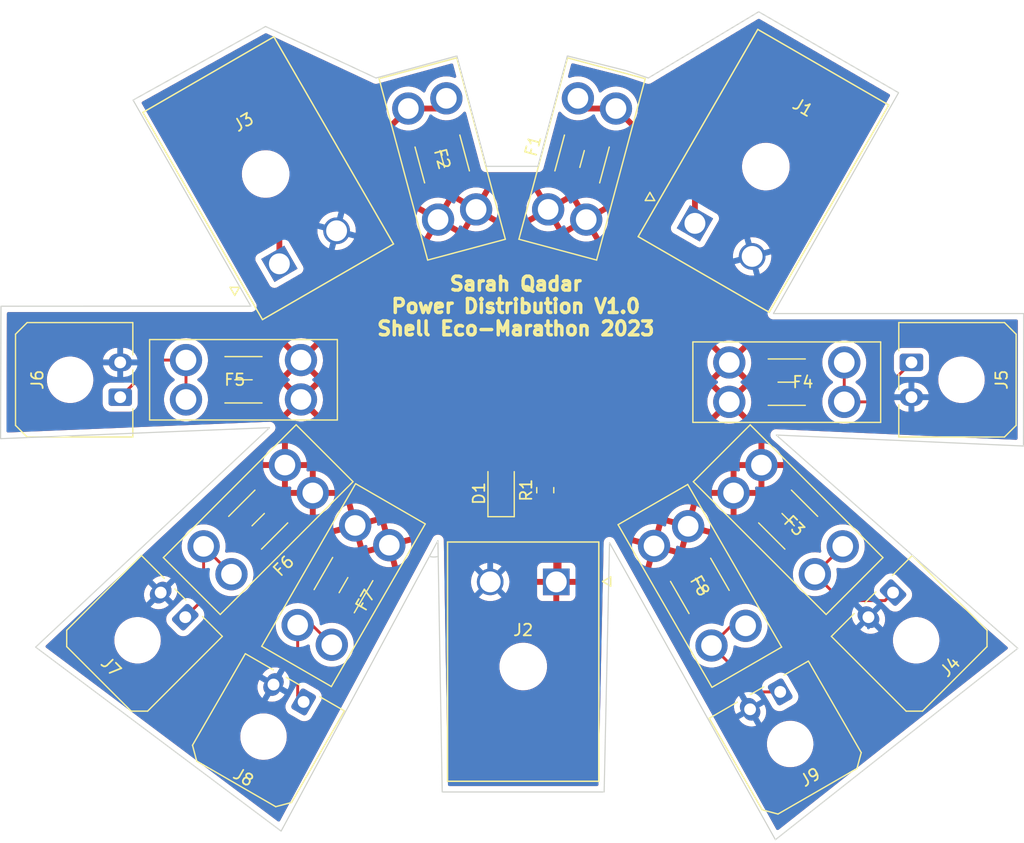
<source format=kicad_pcb>
(kicad_pcb (version 20211014) (generator pcbnew)
  (layers (0 "F.Cu" signal) (31 "B.Cu" signal) (34 "B.Paste" user) (35 "F.Paste" user) (36 "B.SilkS" user "B.Silkscreen") (37 "F.SilkS" user "F.Silkscreen") (38 "B.Mask" user) (39 "F.Mask" user) (44 "Edge.Cuts" user))
  (net 0 "")
  (net 1 "+12V")
  (net 2 "Net-(F1-Pad2)")
  (net 3 "Net-(F2-Pad2)")
  (net 4 "Net-(F3-Pad2)")
  (net 5 "Net-(F4-Pad2)")
  (net 6 "Net-(F5-Pad2)")
  (net 7 "Net-(F6-Pad2)")
  (net 8 "Net-(F7-Pad2)")
  (net 9 "Net-(F8-Pad2)")
  (net 10 "GND")
  (net 11 "Net-(D1-Pad2)")
  (footprint "Connector_Molex:Molex_Micro-Fit_3.0_43650-0200_1x02_P3.00mm_Horizontal" (layer "F.Cu") (at 97.899038 150.98188 150)
    (fp_text reference "J8" (at 1.244779 -8.222056 150) (layer "F.SilkS"))
    (fp_text value "12VLC_OUT_EXTRA")
    (fp_line (start 1.01 1.09) (end 2.348233 1.09) (layer "F.SilkS") (width 0.12))
    (fp_line (start 6.435 1.09) (end 3.651767 1.09) (layer "F.SilkS") (width 0.12))
    (fp_line (start -2.435 -9.03) (end 5.435 -9.03) (layer "F.SilkS") (width 0.12))
    (fp_line (start -3.435 1.09) (end -1.01 1.09) (layer "F.SilkS") (width 0.12))
    (fp_line (start -3.435 -8.03) (end -2.435 -9.03) (layer "F.SilkS") (width 0.12))
    (fp_line (start 6.435 -8.03) (end 6.435 1.09) (layer "F.SilkS") (width 0.12))
    (fp_line (start -3.435 1.09) (end -3.435 -8.03) (layer "F.SilkS") (width 0.12))
    (fp_line (start 5.435 -9.03) (end 6.435 -8.03) (layer "F.SilkS") (width 0.12))
    (pad "" np_thru_hole circle (at 1.5 -4.32 150) (size 3 3) (drill 3) (layers *.Cu *.Mask))
    (pad "1" thru_hole roundrect (at 0 0 150) (size 1.5 2.02) (drill 1.02) (layers *.Cu *.Mask) (roundrect_rratio 0.166667) (net 8 "Net-(F7-Pad2)"))
    (pad "2" thru_hole oval (at 3 0 150) (size 1.5 2.02) (drill 1.02) (layers *.Cu *.Mask) (net 10 "GND"))
  )
  (footprint "Connector_Molex:Molex_Micro-Fit_3.0_43650-0200_1x02_P3.00mm_Horizontal" (layer "F.Cu") (at 82.075 124.69 90)
    (fp_text reference "J6" (at 1.5 -7.145 90) (layer "F.SilkS"))
    (fp_text value "MTR_CTRL_OUT")
    (fp_line (start -3.435 -8.03) (end -2.435 -9.03) (layer "F.SilkS") (width 0.12))
    (fp_line (start 6.435 1.09) (end 3.651767 1.09) (layer "F.SilkS") (width 0.12))
    (fp_line (start -3.435 1.09) (end -1.01 1.09) (layer "F.SilkS") (width 0.12))
    (fp_line (start 5.435 -9.03) (end 6.435 -8.03) (layer "F.SilkS") (width 0.12))
    (fp_line (start 1.01 1.09) (end 2.348233 1.09) (layer "F.SilkS") (width 0.12))
    (fp_line (start -2.435 -9.03) (end 5.435 -9.03) (layer "F.SilkS") (width 0.12))
    (fp_line (start 6.435 -8.03) (end 6.435 1.09) (layer "F.SilkS") (width 0.12))
    (fp_line (start -3.435 1.09) (end -3.435 -8.03) (layer "F.SilkS") (width 0.12))
    (pad "" np_thru_hole circle (at 1.5 -4.32 90) (size 3 3) (drill 3) (layers *.Cu *.Mask))
    (pad "1" thru_hole roundrect (at 0 0 90) (size 1.5 2.02) (drill 1.02) (layers *.Cu *.Mask) (roundrect_rratio 0.166667) (net 6 "Net-(F5-Pad2)"))
    (pad "2" thru_hole oval (at 3 0 90) (size 1.5 2.02) (drill 1.02) (layers *.Cu *.Mask) (net 10 "GND"))
  )
  (footprint "LED_SMD:LED_1206_3216Metric" (layer "F.Cu") (at 114.935 132.715 90)
    (fp_text reference "D1" (at -0.2775 -1.905 90) (layer "F.SilkS"))
    (fp_text value "LED")
    (fp_line (start 1.6 -1.135) (end -2.285 -1.135) (layer "F.SilkS") (width 0.12))
    (fp_line (start -2.285 1.135) (end 1.6 1.135) (layer "F.SilkS") (width 0.12))
    (fp_line (start -2.285 -1.135) (end -2.285 1.135) (layer "F.SilkS") (width 0.12))
    (pad "1" smd roundrect (at -1.4 0 90) (size 1.25 1.75) (layers "F.Cu" "F.Paste" "F.Mask") (roundrect_rratio 0.2) (net 10 "GND"))
    (pad "2" smd roundrect (at 1.4 0 90) (size 1.25 1.75) (layers "F.Cu" "F.Paste" "F.Mask") (roundrect_rratio 0.2) (net 11 "Net-(D1-Pad2)"))
  )
  (footprint "Fuse:Fuseholder_Blade_Mini_Keystone_3568" (layer "F.Cu") (at 131.072243 135.824514 -60)
    (fp_text reference "F8" (at 4.96 1.7 -240) (layer "F.SilkS"))
    (fp_text value "Fuse")
    (fp_line (start 13.06 -1.77) (end -3.14 -1.77) (layer "F.SilkS") (width 0.12))
    (fp_line (start -3.14 5.17) (end 13.06 5.17) (layer "F.SilkS") (width 0.12))
    (fp_line (start 3.36 -0.3) (end 6.56 -0.3) (layer "F.SilkS") (width 0.12))
    (fp_line (start 4.21 1.7) (end 5.71 1.7) (layer "F.SilkS") (width 0.12))
    (fp_line (start -3.14 -1.77) (end -3.14 5.17) (layer "F.SilkS") (width 0.12))
    (fp_line (start 6.56 3.7) (end 3.36 3.7) (layer "F.SilkS") (width 0.12))
    (fp_line (start 13.06 5.17) (end 13.06 -1.77) (layer "F.SilkS") (width 0.12))
    (pad "1" thru_hole circle (at 0 0 300) (size 2.78 2.78) (drill 1.78) (layers *.Cu *.Mask) (net 1 "+12V"))
    (pad "1" thru_hole circle (at 0 3.4 300) (size 2.78 2.78) (drill 1.78) (layers *.Cu *.Mask) (net 1 "+12V"))
    (pad "2" thru_hole circle (at 9.92 3.4 300) (size 2.78 2.78) (drill 1.78) (layers *.Cu *.Mask) (net 9 "Net-(F8-Pad2)"))
    (pad "2" thru_hole circle (at 9.92 0 300) (size 2.78 2.78) (drill 1.78) (layers *.Cu *.Mask) (net 9 "Net-(F8-Pad2)"))
  )
  (footprint "LOGO" (layer "F.Cu") (at 116.84 125.73)
    (fp_text reference "G***")
    (fp_text value "LOGO" hide)
  )
  (footprint "urban-power-dist-pcb-custom-footprints:MOLEX_2002411222" (layer "F.Cu") (at 95.807497 113.185466 -150)
    (fp_text reference "J3" (at -3.427722 12.131983 30) (layer "F.SilkS"))
    (fp_text value "12VHC_OUT_EXTRA")
    (fp_line (start 3.996 -0.033) (end 4.696 -0.433) (layer "F.SilkS") (width 0.127))
    (fp_line (start 4.696 -0.433) (end 4.696 0.367) (layer "F.SilkS") (width 0.127))
    (fp_line (start -9.38 -3.44) (end 3.67 -3.44) (layer "F.SilkS") (width 0.127))
    (fp_line (start -9.38 17.2) (end -9.38 -3.44) (layer "F.SilkS") (width 0.127))
    (fp_line (start 4.696 0.367) (end 3.996 -0.033) (layer "F.SilkS") (width 0.127))
    (fp_line (start 3.67 -3.44) (end 3.67 17.2) (layer "F.SilkS") (width 0.127))
    (fp_line (start 3.67 17.2) (end -9.38 17.2) (layer "F.SilkS") (width 0.127))
    (pad "" np_thru_hole circle locked (at -2.85 7.3 210) (size 3.1 3.1) (drill 3.1) (layers *.Cu *.Mask))
    (pad "1" thru_hole rect locked (at 0 0 210) (size 2.3 2.3) (drill 1.8) (layers *.Cu) (net 3 "Net-(F2-Pad2)"))
    (pad "2" thru_hole circle locked (at -5.7 0 210) (size 2.3 2.3) (drill 1.8) (layers *.Cu) (net 10 "GND"))
  )
  (footprint "Connector_Molex:Molex_Micro-Fit_3.0_43650-0200_1x02_P3.00mm_Horizontal" (layer "F.Cu") (at 87.687874 143.668446 135)
    (fp_text reference "J7" (at 1.5 -7.562103 135) (layer "F.SilkS"))
    (fp_text value "12VLC_OUT_EXTRA")
    (fp_line (start -2.435 -9.03) (end 5.435 -9.03) (layer "F.SilkS") (width 0.12))
    (fp_line (start 1.01 1.09) (end 2.348233 1.09) (layer "F.SilkS") (width 0.12))
    (fp_line (start -3.435 -8.03) (end -2.435 -9.03) (layer "F.SilkS") (width 0.12))
    (fp_line (start 5.435 -9.03) (end 6.435 -8.03) (layer "F.SilkS") (width 0.12))
    (fp_line (start 6.435 -8.03) (end 6.435 1.09) (layer "F.SilkS") (width 0.12))
    (fp_line (start -3.435 1.09) (end -1.01 1.09) (layer "F.SilkS") (width 0.12))
    (fp_line (start 6.435 1.09) (end 3.651767 1.09) (layer "F.SilkS") (width 0.12))
    (fp_line (start -3.435 1.09) (end -3.435 -8.03) (layer "F.SilkS") (width 0.12))
    (pad "" np_thru_hole circle (at 1.5 -4.32 135) (size 3 3) (drill 3) (layers *.Cu *.Mask))
    (pad "1" thru_hole roundrect (at 0 0 135) (size 1.5 2.02) (drill 1.02) (layers *.Cu *.Mask) (roundrect_rratio 0.166667) (net 7 "Net-(F6-Pad2)"))
    (pad "2" thru_hole oval (at 3 0 135) (size 1.5 2.02) (drill 1.02) (layers *.Cu *.Mask) (net 10 "GND"))
  )
  (footprint "urban-power-dist-pcb-custom-footprints:MOLEX_2002411222" (layer "F.Cu") (at 119.695 140.625)
    (fp_text reference "J2" (at -2.855 4.155) (layer "F.SilkS"))
    (fp_text value "12V_IN")
    (fp_text user "PTH D1.8 +/- 0.05" (at -8.88 -1.81) (layer "Edge.Cuts") (effects (font (size 0.393701 0.393701) (thickness 0.098425))))
    (fp_line (start 3.67 17.2) (end -9.38 17.2) (layer "F.SilkS") (width 0.127))
    (fp_line (start 4.696 0.367) (end 3.996 -0.033) (layer "F.SilkS") (width 0.127))
    (fp_line (start -9.38 -3.44) (end 3.67 -3.44) (layer "F.SilkS") (width 0.127))
    (fp_line (start 3.67 -3.44) (end 3.67 17.2) (layer "F.SilkS") (width 0.127))
    (fp_line (start 3.996 -0.033) (end 4.696 -0.433) (layer "F.SilkS") (width 0.127))
    (fp_line (start -9.38 17.2) (end -9.38 -3.44) (layer "F.SilkS") (width 0.127))
    (fp_line (start 4.696 -0.433) (end 4.696 0.367) (layer "F.SilkS") (width 0.127))
    (pad "" np_thru_hole circle locked (at -2.85 7.3) (size 3.1 3.1) (drill 3.1) (layers *.Cu *.Mask))
    (pad "1" thru_hole rect locked (at 0 0) (size 2.3 2.3) (drill 1.8) (layers *.Cu) (net 1 "+12V"))
    (pad "2" thru_hole circle locked (at -5.7 0) (size 2.3 2.3) (drill 1.8) (layers *.Cu) (net 10 "GND"))
  )
  (footprint "Fuse:Fuseholder_Blade_Mini_Keystone_3568" (layer "F.Cu") (at 109.496669 109.370984 105)
    (fp_text reference "F2" (at 4.960001 1.7 105) (layer "F.SilkS"))
    (fp_text value "Fuse")
    (fp_line (start -3.14 5.17) (end 13.06 5.17) (layer "F.SilkS") (width 0.12))
    (fp_line (start 13.06 5.17) (end 13.06 -1.77) (layer "F.SilkS") (width 0.12))
    (fp_line (start 6.56 3.7) (end 3.36 3.7) (layer "F.SilkS") (width 0.12))
    (fp_line (start 13.06 -1.77) (end -3.14 -1.77) (layer "F.SilkS") (width 0.12))
    (fp_line (start 4.21 1.7) (end 5.71 1.7) (layer "F.SilkS") (width 0.12))
    (fp_line (start -3.14 -1.77) (end -3.14 5.17) (layer "F.SilkS") (width 0.12))
    (fp_line (start 3.36 -0.3) (end 6.56 -0.3) (layer "F.SilkS") (width 0.12))
    (pad "1" thru_hole circle (at 0 3.4 105) (size 2.78 2.78) (drill 1.78) (layers *.Cu *.Mask) (net 1 "+12V"))
    (pad "1" thru_hole circle (at 0 0 105) (size 2.78 2.78) (drill 1.78) (layers *.Cu *.Mask) (net 1 "+12V"))
    (pad "2" thru_hole circle (at 9.92 0 105) (size 2.78 2.78) (drill 1.78) (layers *.Cu *.Mask) (net 3 "Net-(F2-Pad2)"))
    (pad "2" thru_hole circle (at 9.92 3.4 105) (size 2.78 2.78) (drill 1.78) (layers *.Cu *.Mask) (net 3 "Net-(F2-Pad2)"))
  )
  (footprint "Fuse:Fuseholder_Blade_Mini_Keystone_3568" (layer "F.Cu") (at 137.394832 130.545669 -45)
    (fp_text reference "F3" (at 5.71 1.7 -225) (layer "F.SilkS"))
    (fp_text value "Fuse")
    (fp_line (start 3.36 -0.3) (end 6.56 -0.3) (layer "F.SilkS") (width 0.12))
    (fp_line (start 4.21 1.7) (end 5.71 1.7) (layer "F.SilkS") (width 0.12))
    (fp_line (start -3.14 5.17) (end 13.06 5.17) (layer "F.SilkS") (width 0.12))
    (fp_line (start 6.56 3.7) (end 3.36 3.7) (layer "F.SilkS") (width 0.12))
    (fp_line (start -3.14 -1.77) (end -3.14 5.17) (layer "F.SilkS") (width 0.12))
    (fp_line (start 13.06 -1.77) (end -3.14 -1.77) (layer "F.SilkS") (width 0.12))
    (fp_line (start 13.06 5.17) (end 13.06 -1.77) (layer "F.SilkS") (width 0.12))
    (pad "1" thru_hole circle (at 0 3.4 315) (size 2.78 2.78) (drill 1.78) (layers *.Cu *.Mask) (net 1 "+12V"))
    (pad "1" thru_hole circle (at 0 0 315) (size 2.78 2.78) (drill 1.78) (layers *.Cu *.Mask) (net 1 "+12V"))
    (pad "2" thru_hole circle (at 9.92 0 315) (size 2.78 2.78) (drill 1.78) (layers *.Cu *.Mask) (net 4 "Net-(F3-Pad2)"))
    (pad "2" thru_hole circle (at 9.92 3.4 315) (size 2.78 2.78) (drill 1.78) (layers *.Cu *.Mask) (net 4 "Net-(F3-Pad2)"))
  )
  (footprint "Fuse:Fuseholder_Blade_Mini_Keystone_3568" (layer "F.Cu") (at 118.994184 108.491 75)
    (fp_text reference "F1" (at 4.96 -2.67 75) (layer "F.SilkS"))
    (fp_text value "Fuse")
    (fp_line (start -3.14 -1.77) (end -3.14 5.17) (layer "F.SilkS") (width 0.12))
    (fp_line (start 6.56 3.7) (end 3.36 3.7) (layer "F.SilkS") (width 0.12))
    (fp_line (start 13.06 5.17) (end 13.06 -1.77) (layer "F.SilkS") (width 0.12))
    (fp_line (start 4.21 1.7) (end 5.71 1.7) (layer "F.SilkS") (width 0.12))
    (fp_line (start 3.36 -0.3) (end 6.56 -0.3) (layer "F.SilkS") (width 0.12))
    (fp_line (start 13.06 -1.77) (end -3.14 -1.77) (layer "F.SilkS") (width 0.12))
    (fp_line (start -3.14 5.17) (end 13.06 5.17) (layer "F.SilkS") (width 0.12))
    (pad "1" thru_hole circle (at 0 3.4 75) (size 2.78 2.78) (drill 1.78) (layers *.Cu *.Mask) (net 1 "+12V"))
    (pad "1" thru_hole circle (at 0 0 75) (size 2.78 2.78) (drill 1.78) (layers *.Cu *.Mask) (net 1 "+12V"))
    (pad "2" thru_hole circle (at 9.92 3.4 75) (size 2.78 2.78) (drill 1.78) (layers *.Cu *.Mask) (net 2 "Net-(F1-Pad2)"))
    (pad "2" thru_hole circle (at 9.92 0 75) (size 2.78 2.78) (drill 1.78) (layers *.Cu *.Mask) (net 2 "Net-(F1-Pad2)"))
  )
  (footprint "Fuse:Fuseholder_Blade_Mini_Keystone_3568" (layer "F.Cu") (at 97.67 124.89 180)
    (fp_text reference "F5" (at 5.71 1.7) (layer "F.SilkS"))
    (fp_text value "Fuse")
    (fp_line (start 13.06 -1.77) (end -3.14 -1.77) (layer "F.SilkS") (width 0.12))
    (fp_line (start 13.06 5.17) (end 13.06 -1.77) (layer "F.SilkS") (width 0.12))
    (fp_line (start 4.21 1.7) (end 5.71 1.7) (layer "F.SilkS") (width 0.12))
    (fp_line (start 6.56 3.7) (end 3.36 3.7) (layer "F.SilkS") (width 0.12))
    (fp_line (start -3.14 -1.77) (end -3.14 5.17) (layer "F.SilkS") (width 0.12))
    (fp_line (start 3.36 -0.3) (end 6.56 -0.3) (layer "F.SilkS") (width 0.12))
    (fp_line (start -3.14 5.17) (end 13.06 5.17) (layer "F.SilkS") (width 0.12))
    (pad "1" thru_hole circle (at 0 3.4 180) (size 2.78 2.78) (drill 1.78) (layers *.Cu *.Mask) (net 1 "+12V"))
    (pad "1" thru_hole circle (at 0 0 180) (size 2.78 2.78) (drill 1.78) (layers *.Cu *.Mask) (net 1 "+12V"))
    (pad "2" thru_hole circle (at 9.92 0 180) (size 2.78 2.78) (drill 1.78) (layers *.Cu *.Mask) (net 6 "Net-(F5-Pad2)"))
    (pad "2" thru_hole circle (at 9.92 3.4 180) (size 2.78 2.78) (drill 1.78) (layers *.Cu *.Mask) (net 6 "Net-(F5-Pad2)"))
  )
  (footprint "Connector_Molex:Molex_Micro-Fit_3.0_43650-0200_1x02_P3.00mm_Horizontal" (layer "F.Cu") (at 150.335 121.69 -90)
    (fp_text reference "J5" (at 1.5 -7.78 90) (layer "F.SilkS"))
    (fp_text value "REAR_ACC_OUT")
    (fp_line (start -3.435 -8.03) (end -2.435 -9.03) (layer "F.SilkS") (width 0.12))
    (fp_line (start 6.435 -8.03) (end 6.435 1.09) (layer "F.SilkS") (width 0.12))
    (fp_line (start 5.435 -9.03) (end 6.435 -8.03) (layer "F.SilkS") (width 0.12))
    (fp_line (start 6.435 1.09) (end 3.651767 1.09) (layer "F.SilkS") (width 0.12))
    (fp_line (start -3.435 1.09) (end -3.435 -8.03) (layer "F.SilkS") (width 0.12))
    (fp_line (start 1.01 1.09) (end 2.348233 1.09) (layer "F.SilkS") (width 0.12))
    (fp_line (start -3.435 1.09) (end -1.01 1.09) (layer "F.SilkS") (width 0.12))
    (fp_line (start -2.435 -9.03) (end 5.435 -9.03) (layer "F.SilkS") (width 0.12))
    (pad "" np_thru_hole circle (at 1.5 -4.32 270) (size 3 3) (drill 3) (layers *.Cu *.Mask))
    (pad "1" thru_hole roundrect (at 0 0 270) (size 1.5 2.02) (drill 1.02) (layers *.Cu *.Mask) (roundrect_rratio 0.166667) (net 5 "Net-(F4-Pad2)"))
    (pad "2" thru_hole oval (at 3 0 270) (size 1.5 2.02) (drill 1.02) (layers *.Cu *.Mask) (net 10 "GND"))
  )
  (footprint "Fuse:Fuseholder_Blade_Mini_Keystone_3568" (layer "F.Cu") (at 134.62 121.695)
    (fp_text reference "F4" (at 6.35 1.7) (layer "F.SilkS"))
    (fp_text value "Fuse")
    (fp_line (start 13.06 5.17) (end 13.06 -1.77) (layer "F.SilkS") (width 0.12))
    (fp_line (start -3.14 -1.77) (end -3.14 5.17) (layer "F.SilkS") (width 0.12))
    (fp_line (start 6.56 3.7) (end 3.36 3.7) (layer "F.SilkS") (width 0.12))
    (fp_line (start 3.36 -0.3) (end 6.56 -0.3) (layer "F.SilkS") (width 0.12))
    (fp_line (start -3.14 5.17) (end 13.06 5.17) (layer "F.SilkS") (width 0.12))
    (fp_line (start 4.21 1.7) (end 5.71 1.7) (layer "F.SilkS") (width 0.12))
    (fp_line (start 13.06 -1.77) (end -3.14 -1.77) (layer "F.SilkS") (width 0.12))
    (pad "1" thru_hole circle (at 0 3.4) (size 2.78 2.78) (drill 1.78) (layers *.Cu *.Mask) (net 1 "+12V"))
    (pad "1" thru_hole circle (at 0 0) (size 2.78 2.78) (drill 1.78) (layers *.Cu *.Mask) (net 1 "+12V"))
    (pad "2" thru_hole circle (at 9.92 3.4) (size 2.78 2.78) (drill 1.78) (layers *.Cu *.Mask) (net 5 "Net-(F4-Pad2)"))
    (pad "2" thru_hole circle (at 9.92 0) (size 2.78 2.78) (drill 1.78) (layers *.Cu *.Mask) (net 5 "Net-(F4-Pad2)"))
  )
  (footprint "Connector_Molex:Molex_Micro-Fit_3.0_43650-0200_1x02_P3.00mm_Horizontal" (layer "F.Cu") (at 139.014038 150.11688 -150)
    (fp_text reference "J9" (at 1.437721 -7.67213 30) (layer "F.SilkS"))
    (fp_text value "12VLC_OUT_EXTRA")
    (fp_line (start -2.435 -9.03) (end 5.435 -9.03) (layer "F.SilkS") (width 0.12))
    (fp_line (start 6.435 1.09) (end 3.651767 1.09) (layer "F.SilkS") (width 0.12))
    (fp_line (start 5.435 -9.03) (end 6.435 -8.03) (layer "F.SilkS") (width 0.12))
    (fp_line (start -3.435 1.09) (end -1.01 1.09) (layer "F.SilkS") (width 0.12))
    (fp_line (start -3.435 1.09) (end -3.435 -8.03) (layer "F.SilkS") (width 0.12))
    (fp_line (start -3.435 -8.03) (end -2.435 -9.03) (layer "F.SilkS") (width 0.12))
    (fp_line (start 1.01 1.09) (end 2.348233 1.09) (layer "F.SilkS") (width 0.12))
    (fp_line (start 6.435 -8.03) (end 6.435 1.09) (layer "F.SilkS") (width 0.12))
    (pad "" np_thru_hole circle (at 1.5 -4.32 210) (size 3 3) (drill 3) (layers *.Cu *.Mask))
    (pad "1" thru_hole roundrect (at 0 0 210) (size 1.5 2.02) (drill 1.02) (layers *.Cu *.Mask) (roundrect_rratio 0.166667) (net 9 "Net-(F8-Pad2)"))
    (pad "2" thru_hole oval (at 3 0 210) (size 1.5 2.02) (drill 1.02) (layers *.Cu *.Mask) (net 10 "GND"))
  )
  (footprint "Fuse:Fuseholder_Blade_Mini_Keystone_3568" (layer "F.Cu") (at 98.689332 132.949832 -135)
    (fp_text reference "F6" (at 6.23 -2.67 45) (layer "F.SilkS"))
    (fp_text value "Fuse")
    (fp_line (start 13.06 -1.77) (end -3.14 -1.77) (layer "F.SilkS") (width 0.12))
    (fp_line (start 3.36 -0.3) (end 6.56 -0.3) (layer "F.SilkS") (width 0.12))
    (fp_line (start 4.21 1.7) (end 5.71 1.7) (layer "F.SilkS") (width 0.12))
    (fp_line (start 13.06 5.17) (end 13.06 -1.77) (layer "F.SilkS") (width 0.12))
    (fp_line (start 6.56 3.7) (end 3.36 3.7) (layer "F.SilkS") (width 0.12))
    (fp_line (start -3.14 -1.77) (end -3.14 5.17) (layer "F.SilkS") (width 0.12))
    (fp_line (start -3.14 5.17) (end 13.06 5.17) (layer "F.SilkS") (width 0.12))
    (pad "1" thru_hole circle (at 0 3.4 225) (size 2.78 2.78) (drill 1.78) (layers *.Cu *.Mask) (net 1 "+12V"))
    (pad "1" thru_hole circle (at 0 0 225) (size 2.78 2.78) (drill 1.78) (layers *.Cu *.Mask) (net 1 "+12V"))
    (pad "2" thru_hole circle (at 9.92 3.4 225) (size 2.78 2.78) (drill 1.78) (layers *.Cu *.Mask) (net 7 "Net-(F6-Pad2)"))
    (pad "2" thru_hole circle (at 9.92 0 225) (size 2.78 2.78) (drill 1.78) (layers *.Cu *.Mask) (net 7 "Net-(F6-Pad2)"))
  )
  (footprint "urban-power-dist-pcb-custom-footprints:MOLEX_2002411222" (layer "F.Cu") (at 131.657497 109.695466 150)
    (fp_text reference "J1" (at -3.064631 13.316909 150) (layer "F.SilkS"))
    (fp_text value "FRONT_ACC_OUT")
    (fp_line (start 3.996 -0.033) (end 4.696 -0.433) (layer "F.SilkS") (width 0.127))
    (fp_line (start 3.67 17.2) (end -9.38 17.2) (layer "F.SilkS") (width 0.127))
    (fp_line (start 3.67 -3.44) (end 3.67 17.2) (layer "F.SilkS") (width 0.127))
    (fp_line (start 4.696 0.367) (end 3.996 -0.033) (layer "F.SilkS") (width 0.127))
    (fp_line (start -9.38 17.2) (end -9.38 -3.44) (layer "F.SilkS") (width 0.127))
    (fp_line (start 4.696 -0.433) (end 4.696 0.367) (layer "F.SilkS") (width 0.127))
    (fp_line (start -9.38 -3.44) (end 3.67 -3.44) (layer "F.SilkS") (width 0.127))
    (pad "" np_thru_hole circle locked (at -2.85 7.3 150) (size 3.1 3.1) (drill 3.1) (layers *.Cu *.Mask))
    (pad "1" thru_hole rect locked (at 0 0 150) (size 2.3 2.3) (drill 1.8) (layers *.Cu) (net 2 "Net-(F1-Pad2)"))
    (pad "2" thru_hole circle locked (at -5.7 0 150) (size 2.3 2.3) (drill 1.8) (layers *.Cu) (net 10 "GND"))
  )
  (footprint "Connector_Molex:Molex_Micro-Fit_3.0_43650-0200_1x02_P3.00mm_Horizontal" (layer "F.Cu") (at 148.748446 141.547126 -135)
    (fp_text reference "J4" (at 1.050987 -8.011115 45) (layer "F.SilkS"))
    (fp_text value "TEL_OUT")
    (fp_line (start 5.435 -9.03) (end 6.435 -8.03) (layer "F.SilkS") (width 0.12))
    (fp_line (start 1.01 1.09) (end 2.348233 1.09) (layer "F.SilkS") (width 0.12))
    (fp_line (start -2.435 -9.03) (end 5.435 -9.03) (layer "F.SilkS") (width 0.12))
    (fp_line (start -3.435 1.09) (end -3.435 -8.03) (layer "F.SilkS") (width 0.12))
    (fp_line (start 6.435 1.09) (end 3.651767 1.09) (layer "F.SilkS") (width 0.12))
    (fp_line (start -3.435 -8.03) (end -2.435 -9.03) (layer "F.SilkS") (width 0.12))
    (fp_line (start -3.435 1.09) (end -1.01 1.09) (layer "F.SilkS") (width 0.12))
    (fp_line (start 6.435 -8.03) (end 6.435 1.09) (layer "F.SilkS") (width 0.12))
    (pad "" np_thru_hole circle (at 1.5 -4.32 225) (size 3 3) (drill 3) (layers *.Cu *.Mask))
    (pad "1" thru_hole roundrect (at 0 0 225) (size 1.5 2.02) (drill 1.02) (layers *.Cu *.Mask) (roundrect_rratio 0.166667) (net 4 "Net-(F3-Pad2)"))
    (pad "2" thru_hole oval (at 3 0 225) (size 1.5 2.02) (drill 1.02) (layers *.Cu *.Mask) (net 10 "GND"))
  )
  (footprint "Resistor_SMD:R_0805_2012Metric" (layer "F.Cu") (at 118.745 132.715 90)
    (fp_text reference "R1" (at 0 -1.65 90) (layer "F.SilkS"))
    (fp_text value "487K")
    (fp_line (start -0.227064 0.735) (end 0.227064 0.735) (layer "F.SilkS") (width 0.12))
    (fp_line (start -0.227064 -0.735) (end 0.227064 -0.735) (layer "F.SilkS") (width 0.12))
    (pad "1" smd roundrect (at -0.9125 0 90) (size 1.025 1.4) (layers "F.Cu" "F.Paste" "F.Mask") (roundrect_rratio 0.243902) (net 11 "Net-(D1-Pad2)"))
    (pad "2" smd roundrect (at 0.9125 0 90) (size 1.025 1.4) (layers "F.Cu" "F.Paste" "F.Mask") (roundrect_rratio 0.243902) (net 1 "+12V"))
  )
  (footprint "Fuse:Fuseholder_Blade_Mini_Keystone_3568" (layer "F.Cu") (at 105.29 137.459028 -120)
    (fp_text reference "F7" (at 5.145 -0.59 60) (layer "F.SilkS"))
    (fp_text value "Fuse")
    (fp_line (start -3.14 -1.77) (end -3.14 5.17) (layer "F.SilkS") (width 0.12))
    (fp_line (start 3.36 -0.3) (end 6.56 -0.3) (layer "F.SilkS") (width 0.12))
    (fp_line (start 4.21 1.7) (end 5.71 1.7) (layer "F.SilkS") (width 0.12))
    (fp_line (start -3.14 5.17) (end 13.06 5.17) (layer "F.SilkS") (width 0.12))
    (fp_line (start 6.56 3.7) (end 3.36 3.7) (layer "F.SilkS") (width 0.12))
    (fp_line (start 13.06 -1.77) (end -3.14 -1.77) (layer "F.SilkS") (width 0.12))
    (fp_line (start 13.06 5.17) (end 13.06 -1.77) (layer "F.SilkS") (width 0.12))
    (pad "1" thru_hole circle (at 0 0 240) (size 2.78 2.78) (drill 1.78) (layers *.Cu *.Mask) (net 1 "+12V"))
    (pad "1" thru_hole circle (at 0 3.4 240) (size 2.78 2.78) (drill 1.78) (layers *.Cu *.Mask) (net 1 "+12V"))
    (pad "2" thru_hole circle (at 9.92 0 240) (size 2.78 2.78) (drill 1.78) (layers *.Cu *.Mask) (net 8 "Net-(F7-Pad2)"))
    (pad "2" thru_hole circle (at 9.92 3.4 240) (size 2.78 2.78) (drill 1.78) (layers *.Cu *.Mask) (net 8 "Net-(F7-Pad2)"))
  )
  (gr_arc (start 109.5 138.43) (mid 109.13 138.479369) (end 108.76 138.43) (layer "Edge.Cuts") (width 0.1))
  (gr_poly (pts (xy 149.225 98.425) (xy 138.43 117.475) (xy 160.02 117.475) (xy 160.00134 128.904451) (xy 138.675137 127.956526) (xy 159.514361 146.358822) (xy 138.598924 162.868822) (xy 124.289365 137.253849) (xy 123.825 158.75) (xy 109.855 158.75) (xy 109.483669 137.06278) (xy 95.957893 162.127909) (xy 74.777914 146.252909) (xy 94.960553 127.318742) (xy 71.755 128.27) (xy 71.792224 116.84219) (xy 93.345 116.84) (xy 83.185 99.06) (xy 94.615 92.71) (xy 104.14 97.155) (xy 111.125 95.25) (xy 113.665 104.775) (xy 118.11 104.775) (xy 120.65 95.25) (xy 125.73 96.52) (xy 127.635 97.155) (xy 137.16 91.44)) (layer "Edge.Cuts") (width 0.1) (fill none))
  (gr_text "Sarah Qadar\nPower Distribution V1.0\nShell Eco-Marathon 2023" (at 116.205 116.84) (layer "F.SilkS") (effects (font (size 1.2 1.2) (thickness 0.3))))
  (segment (start 119.895 140.425) (end 119.895 135.375) (width 0.5) (layer "F.Cu") (net 1))
  (segment (start 121.285 133.985) (end 119.1025 131.8025) (width 0.5) (layer "F.Cu") (net 1))
  (segment (start 119.1025 131.8025) (end 118.745 131.8025) (width 0.5) (layer "F.Cu") (net 1))
  (segment (start 119.895 135.375) (end 121.285 133.985) (width 0.5) (layer "F.Cu") (net 1))
  (segment (start 119.695 140.625) (end 119.895 140.425) (width 0.5) (layer "F.Cu") (net 1))
  (segment (start 124.845817 99.789001) (end 122.441654 99.789001) (width 0.5) (layer "F.Cu") (net 2))
  (segment (start 131.657497 109.695466) (end 131.657497 106.600681) (width 0.5) (layer "F.Cu") (net 2))
  (segment (start 131.657497 106.600681) (end 124.845817 99.789001) (width 0.5) (layer "F.Cu") (net 2))
  (segment (start 122.441654 99.789001) (end 121.561669 98.909016) (width 0.5) (layer "F.Cu") (net 2))
  (segment (start 95.807497 113.185466) (end 95.807497 110.910687) (width 0.5) (layer "F.Cu") (net 3))
  (segment (start 109.333347 99.789) (end 110.213332 98.909015) (width 0.5) (layer "F.Cu") (net 3))
  (segment (start 95.807497 110.910687) (end 106.929184 99.789) (width 0.5) (layer "F.Cu") (net 3))
  (segment (start 106.929184 99.789) (end 109.333347 99.789) (width 0.5) (layer "F.Cu") (net 3))
  (segment (start 142.005168 139.964331) (end 144.409331 137.560168) (width 0.25) (layer "F.Cu") (net 4))
  (segment (start 144.280837 142.24) (end 142.005168 139.964331) (width 0.25) (layer "F.Cu") (net 4))
  (segment (start 148.748446 141.547126) (end 148.055572 142.24) (width 0.25) (layer "F.Cu") (net 4))
  (segment (start 148.055572 142.24) (end 144.280837 142.24) (width 0.25) (layer "F.Cu") (net 4))
  (segment (start 146.93 125.095) (end 144.54 125.095) (width 0.25) (layer "F.Cu") (net 5))
  (segment (start 150.335 121.69) (end 146.93 125.095) (width 0.25) (layer "F.Cu") (net 5))
  (segment (start 144.54 121.695) (end 144.54 125.095) (width 0.25) (layer "F.Cu") (net 5))
  (segment (start 85.275 121.49) (end 87.75 121.49) (width 0.25) (layer "F.Cu") (net 6))
  (segment (start 82.075 124.69) (end 85.275 121.49) (width 0.25) (layer "F.Cu") (net 6))
  (segment (start 87.75 121.49) (end 87.75 124.89) (width 0.25) (layer "F.Cu") (net 6))
  (segment (start 89.27067 142.08565) (end 89.27067 137.560168) (width 0.25) (layer "F.Cu") (net 7))
  (segment (start 89.27067 137.560168) (end 91.674833 139.964331) (width 0.25) (layer "F.Cu") (net 7))
  (segment (start 87.687874 143.668446) (end 89.27067 142.08565) (width 0.25) (layer "F.Cu") (net 7))
  (segment (start 97.385514 150.468356) (end 97.385514 144.35) (width 0.25) (layer "F.Cu") (net 8))
  (segment (start 97.899038 150.98188) (end 97.385514 150.468356) (width 0.25) (layer "F.Cu") (net 8))
  (segment (start 100.33 146.05) (end 98.63 144.35) (width 0.25) (layer "F.Cu") (net 8))
  (segment (start 98.63 144.35) (end 97.385514 144.35) (width 0.25) (layer "F.Cu") (net 8))
  (segment (start 139.014038 150.11688) (end 137.089151 150.11688) (width 0.25) (layer "F.Cu") (net 9))
  (segment (start 133.087757 146.115486) (end 134.787757 144.415486) (width 0.25) (layer "F.Cu") (net 9))
  (segment (start 137.089151 150.11688) (end 133.087757 146.115486) (width 0.25) (layer "F.Cu") (net 9))
  (segment (start 134.787757 144.415486) (end 136.032243 144.415486) (width 0.25) (layer "F.Cu") (net 9))
  (segment (start 115.145 133.905) (end 114.935 134.115) (width 0.5) (layer "F.Cu") (net 10))
  (segment (start 113.995 140.625) (end 113.995 134.925) (width 0.5) (layer "B.Cu") (net 10))
  (segment (start 113.995 140.625) (end 114.3 140.32) (width 0.25) (layer "B.Cu") (net 10))
  (segment (start 113.995 134.925) (end 114.935 133.985) (width 0.5) (layer "B.Cu") (net 10))
  (segment (start 146.627126 143.668446) (end 146.627126 144.597625) (width 0.25) (layer "B.Cu") (net 10))
  (segment (start 115.44 131.315) (end 116.84 132.715) (width 0.5) (layer "F.Cu") (net 11))
  (segment (start 117.8325 132.715) (end 118.745 133.6275) (width 0.5) (layer "F.Cu") (net 11))
  (segment (start 116.84 132.715) (end 117.8325 132.715) (width 0.5) (layer "F.Cu") (net 11))
  (segment (start 114.935 131.315) (end 115.44 131.315) (width 0.5) (layer "F.Cu") (net 11))
  (zone (net 1) (net_name "+12V") (layer "F.Cu") (connect_pads (clearance 0.508)) (min_thickness 0.254) (fill yes (thermal_gap 0.508) (thermal_bridge_width 0.508) (smoothing chamfer))
    (polygon (pts (xy 149.246275 98.425) (xy 138.451275 117.475) (xy 160.041275 117.475) (xy 160.041275 128.905) (xy 138.451275 127.635) (xy 160.041275 146.05) (xy 138.451275 163.195) (xy 124.481275 137.16) (xy 123.846275 158.75) (xy 109.876275 158.75) (xy 109.241275 137.16) (xy 96.541275 162.56) (xy 74.951275 146.05) (xy 95.271275 127) (xy 71.776275 128.27) (xy 71.776275 116.84) (xy 93.366275 116.84) (xy 83.206275 99.06) (xy 94.636275 92.71) (xy 104.161275 97.155) (xy 111.146275 95.25) (xy 113.686275 104.775) (xy 118.131275 104.775) (xy 120.671275 95.25) (xy 127.656275 97.155) (xy 137.181275 91.44)))
  )
  (zone (net 10) (net_name "GND") (layer "B.Cu") (connect_pads (clearance 0.508)) (min_thickness 0.254) (fill yes (thermal_gap 0.508) (thermal_bridge_width 0.508) (smoothing chamfer))
    (polygon (pts (xy 149.225 98.425) (xy 138.43 117.475) (xy 160.02 117.475) (xy 160.02 128.905) (xy 139.065 128.27) (xy 160.02 146.05) (xy 138.43 163.195) (xy 124.46 137.16) (xy 123.825 158.75) (xy 109.855 158.75) (xy 109.22 137.16) (xy 95.885 161.925) (xy 74.93 146.05) (xy 94.615 127.635) (xy 71.755 128.27) (xy 71.755 116.84) (xy 93.345 116.84) (xy 83.185 99.06) (xy 94.615 92.71) (xy 104.14 97.155) (xy 111.125 95.25) (xy 113.665 104.775) (xy 118.11 104.775) (xy 120.65 95.25) (xy 127.635 97.155) (xy 137.16 91.44)))
  )
)
</source>
